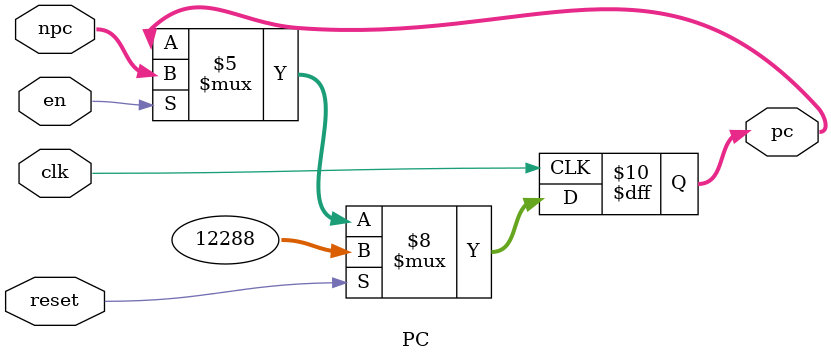
<source format=v>
`timescale 1ns / 1ps
module PC(
    input clk,
    input reset,
    input en,
    input [31:0] npc,
    
    output reg [31:0] pc
    );    

    always @(posedge clk) begin
    if(reset == 1'b1) begin
        pc <= 32'h00003000;
        end
    else if(en == 1'b0) begin
        pc <= pc;
        end
    else 
        begin
            pc <= npc;
        end
    end

endmodule

</source>
